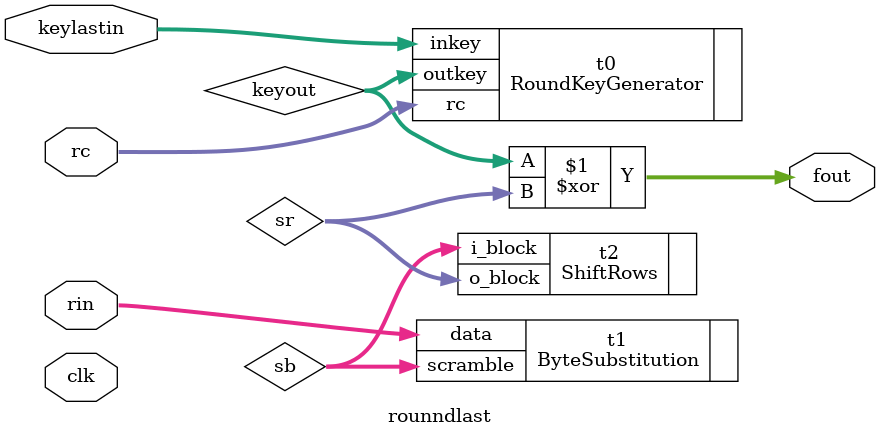
<source format=v>
`timescale 1ns / 1ps

module rounndlast(clk,rc,rin,keylastin,fout);
input clk;
input [3:0]rc;
input [127:0]rin;
input [127:0]keylastin;
output [127:0]fout;

wire [127:0] sb,sr,mcl,keyout;

RoundKeyGenerator t0(.rc(rc),.inkey(keylastin),.outkey(keyout));
ByteSubstitution t1(.data(rin),.scramble(sb));
ShiftRows t2(.i_block(sb),.o_block(sr));
assign fout= keyout^sr;

endmodule

</source>
